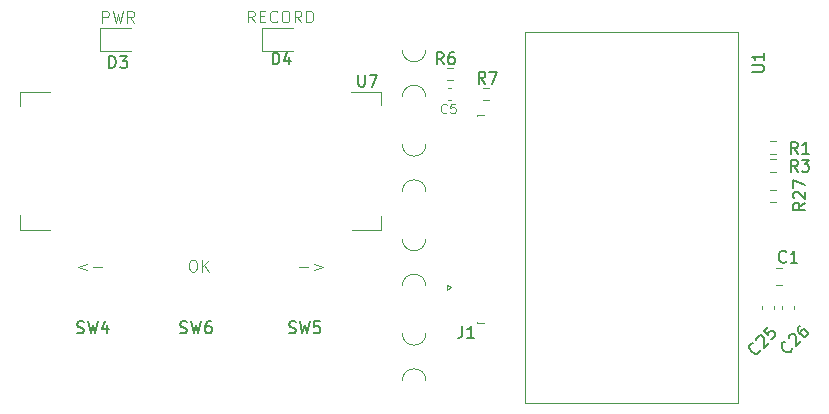
<source format=gbr>
%TF.GenerationSoftware,KiCad,Pcbnew,(5.1.8)-1*%
%TF.CreationDate,2021-06-20T20:47:25+01:00*%
%TF.ProjectId,schem_1,73636865-6d5f-4312-9e6b-696361645f70,rev?*%
%TF.SameCoordinates,Original*%
%TF.FileFunction,Legend,Top*%
%TF.FilePolarity,Positive*%
%FSLAX45Y45*%
G04 Gerber Fmt 4.5, Leading zero omitted, Abs format (unit mm)*
G04 Created by KiCad (PCBNEW (5.1.8)-1) date 2021-06-20 20:47:25*
%MOMM*%
%LPD*%
G01*
G04 APERTURE LIST*
%ADD10C,0.100000*%
%ADD11C,0.120000*%
%ADD12C,0.150000*%
G04 APERTURE END LIST*
D10*
X7416478Y-1822926D02*
X7435526Y-1822926D01*
X7445049Y-1827688D01*
X7454573Y-1837212D01*
X7459335Y-1856259D01*
X7459335Y-1889593D01*
X7454573Y-1908640D01*
X7445049Y-1918164D01*
X7435526Y-1922926D01*
X7416478Y-1922926D01*
X7406954Y-1918164D01*
X7397430Y-1908640D01*
X7392668Y-1889593D01*
X7392668Y-1856259D01*
X7397430Y-1837212D01*
X7406954Y-1827688D01*
X7416478Y-1822926D01*
X7502192Y-1922926D02*
X7502192Y-1822926D01*
X7559335Y-1922926D02*
X7516478Y-1865783D01*
X7559335Y-1822926D02*
X7502192Y-1880069D01*
X8326536Y-1884831D02*
X8402726Y-1884831D01*
X8450346Y-1856259D02*
X8526536Y-1884831D01*
X8450346Y-1913402D01*
X6531658Y-1856259D02*
X6455468Y-1884831D01*
X6531658Y-1913402D01*
X6579277Y-1884831D02*
X6655468Y-1884831D01*
X7946621Y186798D02*
X7913288Y234417D01*
X7889478Y186798D02*
X7889478Y286798D01*
X7927574Y286798D01*
X7937097Y282036D01*
X7941859Y277274D01*
X7946621Y267750D01*
X7946621Y253464D01*
X7941859Y243941D01*
X7937097Y239179D01*
X7927574Y234417D01*
X7889478Y234417D01*
X7989478Y239179D02*
X8022812Y239179D01*
X8037097Y186798D02*
X7989478Y186798D01*
X7989478Y286798D01*
X8037097Y286798D01*
X8137097Y196322D02*
X8132336Y191560D01*
X8118050Y186798D01*
X8108526Y186798D01*
X8094240Y191560D01*
X8084716Y201084D01*
X8079955Y210607D01*
X8075193Y229655D01*
X8075193Y243941D01*
X8079955Y262988D01*
X8084716Y272512D01*
X8094240Y282036D01*
X8108526Y286798D01*
X8118050Y286798D01*
X8132336Y282036D01*
X8137097Y277274D01*
X8199002Y286798D02*
X8218050Y286798D01*
X8227574Y282036D01*
X8237097Y272512D01*
X8241859Y253464D01*
X8241859Y220131D01*
X8237097Y201084D01*
X8227574Y191560D01*
X8218050Y186798D01*
X8199002Y186798D01*
X8189478Y191560D01*
X8179955Y201084D01*
X8175193Y220131D01*
X8175193Y253464D01*
X8179955Y272512D01*
X8189478Y282036D01*
X8199002Y286798D01*
X8341859Y186798D02*
X8308526Y234417D01*
X8284716Y186798D02*
X8284716Y286798D01*
X8322812Y286798D01*
X8332336Y282036D01*
X8337097Y277274D01*
X8341859Y267750D01*
X8341859Y253464D01*
X8337097Y243941D01*
X8332336Y239179D01*
X8322812Y234417D01*
X8284716Y234417D01*
X8384716Y186798D02*
X8384716Y286798D01*
X8408526Y286798D01*
X8422812Y282036D01*
X8432336Y272512D01*
X8437098Y262988D01*
X8441859Y243941D01*
X8441859Y229655D01*
X8437098Y210607D01*
X8432336Y201084D01*
X8422812Y191560D01*
X8408526Y186798D01*
X8384716Y186798D01*
X6655815Y183750D02*
X6655815Y283750D01*
X6693910Y283750D01*
X6703434Y278988D01*
X6708196Y274226D01*
X6712957Y264702D01*
X6712957Y250416D01*
X6708196Y240893D01*
X6703434Y236131D01*
X6693910Y231369D01*
X6655815Y231369D01*
X6746291Y283750D02*
X6770100Y183750D01*
X6789148Y255178D01*
X6808196Y183750D01*
X6832005Y283750D01*
X6927243Y183750D02*
X6893910Y231369D01*
X6870100Y183750D02*
X6870100Y283750D01*
X6908196Y283750D01*
X6917719Y278988D01*
X6922481Y274226D01*
X6927243Y264702D01*
X6927243Y250416D01*
X6922481Y240893D01*
X6917719Y236131D01*
X6908196Y231369D01*
X6870100Y231369D01*
%TO.C,mouse-bite-2mm-slot*%
X9396788Y-2845720D02*
G75*
G03*
X9196788Y-2845720I-100000J0D01*
G01*
X9196788Y-2445720D02*
G75*
G03*
X9396788Y-2445720I100000J0D01*
G01*
X9196788Y-1645720D02*
G75*
G03*
X9396788Y-1645720I100000J0D01*
G01*
X9396788Y-2045720D02*
G75*
G03*
X9196788Y-2045720I-100000J0D01*
G01*
X9396788Y-445720D02*
G75*
G03*
X9196788Y-445720I-100000J0D01*
G01*
X9196788Y-45720D02*
G75*
G03*
X9396788Y-45720I100000J0D01*
G01*
X9196788Y-845720D02*
G75*
G03*
X9396788Y-845720I100000J0D01*
G01*
X9396788Y-1245720D02*
G75*
G03*
X9196788Y-1245720I-100000J0D01*
G01*
D11*
%TO.C,U1*%
X12038148Y102712D02*
X10234748Y102712D01*
X12038148Y-3039096D02*
X12038148Y102712D01*
X10234748Y-2500788D02*
X10234748Y102712D01*
X12038148Y-3039096D02*
X10233748Y-3039096D01*
X10234748Y-2408546D02*
X10233748Y-3039096D01*
%TO.C,U7*%
X9014180Y-1568300D02*
X8768180Y-1568300D01*
X5964180Y-1568300D02*
X5964180Y-1444300D01*
X9014180Y-1568300D02*
X9014180Y-1452300D01*
X9014180Y-398300D02*
X8766180Y-398300D01*
X5964180Y-398300D02*
X5964180Y-522300D01*
X5964180Y-1568300D02*
X6210180Y-1568300D01*
X5964180Y-398300D02*
X6212180Y-398300D01*
X9014180Y-398300D02*
X9014180Y-514300D01*
%TO.C,J1*%
X9572548Y-2034846D02*
X9572548Y-2074846D01*
X9612548Y-2054846D02*
X9572548Y-2034846D01*
X9572548Y-2074846D02*
X9612548Y-2054846D01*
X9831548Y-597346D02*
X9891548Y-597346D01*
X9831548Y-608346D02*
X9831548Y-597346D01*
X9831548Y-2362346D02*
X9891548Y-2362346D01*
X9831548Y-2351346D02*
X9831548Y-2362346D01*
%TO.C,R27*%
X12357924Y-1333036D02*
X12310472Y-1333036D01*
X12357924Y-1228536D02*
X12310472Y-1228536D01*
%TO.C,R7*%
X9883552Y-364936D02*
X9931004Y-364936D01*
X9883552Y-469436D02*
X9931004Y-469436D01*
%TO.C,R6*%
X9622374Y-303066D02*
X9574922Y-303066D01*
X9622374Y-198566D02*
X9574922Y-198566D01*
%TO.C,R3*%
X12310472Y-971996D02*
X12357924Y-971996D01*
X12310472Y-1076496D02*
X12357924Y-1076496D01*
%TO.C,R1*%
X12310422Y-819596D02*
X12357874Y-819596D01*
X12310422Y-924096D02*
X12357874Y-924096D01*
%TO.C,D4*%
X8274480Y137790D02*
X8005980Y137790D01*
X8005980Y137790D02*
X8005980Y-54210D01*
X8005980Y-54210D02*
X8274480Y-54210D01*
%TO.C,D3*%
X6902570Y137790D02*
X6634070Y137790D01*
X6634070Y137790D02*
X6634070Y-54210D01*
X6634070Y-54210D02*
X6902570Y-54210D01*
%TO.C,C26*%
X12514873Y-2210088D02*
X12514873Y-2238204D01*
X12412873Y-2210088D02*
X12412873Y-2238204D01*
%TO.C,C25*%
X12345698Y-2210088D02*
X12345698Y-2238204D01*
X12243698Y-2210088D02*
X12243698Y-2238204D01*
%TO.C,C5*%
X9612646Y-469456D02*
X9584530Y-469456D01*
X9612646Y-367456D02*
X9584530Y-367456D01*
%TO.C,C1*%
X12359123Y-1890546D02*
X12411373Y-1890546D01*
X12359123Y-2037546D02*
X12411373Y-2037546D01*
%TO.C,U1*%
D12*
X12158386Y-231586D02*
X12239338Y-231586D01*
X12248862Y-226824D01*
X12253624Y-222063D01*
X12258386Y-212539D01*
X12258386Y-193491D01*
X12253624Y-183967D01*
X12248862Y-179205D01*
X12239338Y-174444D01*
X12158386Y-174444D01*
X12258386Y-74444D02*
X12258386Y-131586D01*
X12258386Y-103015D02*
X12158386Y-103015D01*
X12172672Y-112539D01*
X12182196Y-122063D01*
X12186957Y-131586D01*
%TO.C,U7*%
X8824440Y-256138D02*
X8824440Y-337090D01*
X8829201Y-346614D01*
X8833963Y-351376D01*
X8843487Y-356138D01*
X8862535Y-356138D01*
X8872059Y-351376D01*
X8876820Y-346614D01*
X8881582Y-337090D01*
X8881582Y-256138D01*
X8919678Y-256138D02*
X8986344Y-256138D01*
X8943487Y-356138D01*
%TO.C,J1*%
X9705747Y-2383756D02*
X9705747Y-2455185D01*
X9700985Y-2469470D01*
X9691461Y-2478994D01*
X9677175Y-2483756D01*
X9667651Y-2483756D01*
X9805747Y-2483756D02*
X9748604Y-2483756D01*
X9777175Y-2483756D02*
X9777175Y-2383756D01*
X9767651Y-2398042D01*
X9758128Y-2407566D01*
X9748604Y-2412328D01*
%TO.C,R27*%
X12605242Y-1340500D02*
X12557623Y-1373833D01*
X12605242Y-1397643D02*
X12505242Y-1397643D01*
X12505242Y-1359547D01*
X12510004Y-1350024D01*
X12514766Y-1345262D01*
X12524290Y-1340500D01*
X12538575Y-1340500D01*
X12548099Y-1345262D01*
X12552861Y-1350024D01*
X12557623Y-1359547D01*
X12557623Y-1397643D01*
X12514766Y-1302404D02*
X12510004Y-1297643D01*
X12505242Y-1288119D01*
X12505242Y-1264309D01*
X12510004Y-1254785D01*
X12514766Y-1250024D01*
X12524290Y-1245262D01*
X12533813Y-1245262D01*
X12548099Y-1250024D01*
X12605242Y-1307166D01*
X12605242Y-1245262D01*
X12505242Y-1211928D02*
X12505242Y-1145262D01*
X12605242Y-1188119D01*
%TO.C,R7*%
X9900721Y-331868D02*
X9867388Y-284249D01*
X9843578Y-331868D02*
X9843578Y-231868D01*
X9881674Y-231868D01*
X9891198Y-236630D01*
X9895959Y-241392D01*
X9900721Y-250916D01*
X9900721Y-265201D01*
X9895959Y-274725D01*
X9891198Y-279487D01*
X9881674Y-284249D01*
X9843578Y-284249D01*
X9934055Y-231868D02*
X10000721Y-231868D01*
X9957864Y-331868D01*
%TO.C,R6*%
X9546645Y-166768D02*
X9513312Y-119149D01*
X9489502Y-166768D02*
X9489502Y-66768D01*
X9527598Y-66768D01*
X9537122Y-71530D01*
X9541883Y-76292D01*
X9546645Y-85816D01*
X9546645Y-100101D01*
X9541883Y-109625D01*
X9537122Y-114387D01*
X9527598Y-119149D01*
X9489502Y-119149D01*
X9632360Y-66768D02*
X9613312Y-66768D01*
X9603788Y-71530D01*
X9599026Y-76292D01*
X9589502Y-90578D01*
X9584741Y-109625D01*
X9584741Y-147720D01*
X9589502Y-157244D01*
X9594264Y-162006D01*
X9603788Y-166768D01*
X9622836Y-166768D01*
X9632360Y-162006D01*
X9637122Y-157244D01*
X9641883Y-147720D01*
X9641883Y-123911D01*
X9637122Y-114387D01*
X9632360Y-109625D01*
X9622836Y-104863D01*
X9603788Y-104863D01*
X9594264Y-109625D01*
X9589502Y-114387D01*
X9584741Y-123911D01*
%TO.C,R3*%
X12544353Y-1077104D02*
X12511020Y-1029485D01*
X12487210Y-1077104D02*
X12487210Y-977104D01*
X12525306Y-977104D01*
X12534829Y-981866D01*
X12539591Y-986628D01*
X12544353Y-996152D01*
X12544353Y-1010437D01*
X12539591Y-1019961D01*
X12534829Y-1024723D01*
X12525306Y-1029485D01*
X12487210Y-1029485D01*
X12577687Y-977104D02*
X12639591Y-977104D01*
X12606258Y-1015199D01*
X12620544Y-1015199D01*
X12630068Y-1019961D01*
X12634829Y-1024723D01*
X12639591Y-1034247D01*
X12639591Y-1058056D01*
X12634829Y-1067580D01*
X12630068Y-1072342D01*
X12620544Y-1077104D01*
X12591972Y-1077104D01*
X12582448Y-1072342D01*
X12577687Y-1067580D01*
%TO.C,R1*%
X12544353Y-925212D02*
X12511020Y-877593D01*
X12487210Y-925212D02*
X12487210Y-825212D01*
X12525306Y-825212D01*
X12534829Y-829974D01*
X12539591Y-834736D01*
X12544353Y-844260D01*
X12544353Y-858545D01*
X12539591Y-868069D01*
X12534829Y-872831D01*
X12525306Y-877593D01*
X12487210Y-877593D01*
X12639591Y-925212D02*
X12582448Y-925212D01*
X12611020Y-925212D02*
X12611020Y-825212D01*
X12601496Y-839498D01*
X12591972Y-849022D01*
X12582448Y-853783D01*
%TO.C,D4*%
X8098622Y-169310D02*
X8098622Y-69310D01*
X8122432Y-69310D01*
X8136718Y-74072D01*
X8146241Y-83596D01*
X8151003Y-93120D01*
X8155765Y-112167D01*
X8155765Y-126453D01*
X8151003Y-145501D01*
X8146241Y-155024D01*
X8136718Y-164548D01*
X8122432Y-169310D01*
X8098622Y-169310D01*
X8241480Y-102643D02*
X8241480Y-169310D01*
X8217670Y-64548D02*
X8193860Y-135977D01*
X8255765Y-135977D01*
%TO.C,D3*%
X6715338Y-199282D02*
X6715338Y-99282D01*
X6739148Y-99282D01*
X6753434Y-104044D01*
X6762957Y-113568D01*
X6767719Y-123092D01*
X6772481Y-142139D01*
X6772481Y-156425D01*
X6767719Y-175472D01*
X6762957Y-184996D01*
X6753434Y-194520D01*
X6739148Y-199282D01*
X6715338Y-199282D01*
X6805815Y-99282D02*
X6867719Y-99282D01*
X6834386Y-137377D01*
X6848672Y-137377D01*
X6858196Y-142139D01*
X6862957Y-146901D01*
X6867719Y-156425D01*
X6867719Y-180234D01*
X6862957Y-189758D01*
X6858196Y-194520D01*
X6848672Y-199282D01*
X6820100Y-199282D01*
X6810576Y-194520D01*
X6805815Y-189758D01*
%TO.C,C26*%
X12498653Y-2573237D02*
X12498653Y-2579971D01*
X12491918Y-2593440D01*
X12485184Y-2600174D01*
X12471715Y-2606908D01*
X12458247Y-2606908D01*
X12448145Y-2603541D01*
X12431309Y-2593440D01*
X12421208Y-2583338D01*
X12411106Y-2566502D01*
X12407739Y-2556401D01*
X12407739Y-2542932D01*
X12414473Y-2529463D01*
X12421208Y-2522729D01*
X12434677Y-2515995D01*
X12441411Y-2515995D01*
X12468348Y-2489057D02*
X12468348Y-2482323D01*
X12471715Y-2472221D01*
X12488551Y-2455386D01*
X12498653Y-2452018D01*
X12505387Y-2452018D01*
X12515489Y-2455386D01*
X12522223Y-2462120D01*
X12528957Y-2475589D01*
X12528957Y-2556401D01*
X12572731Y-2512628D01*
X12562629Y-2381308D02*
X12549160Y-2394776D01*
X12545793Y-2404878D01*
X12545793Y-2411612D01*
X12549160Y-2428448D01*
X12559262Y-2445284D01*
X12586199Y-2472221D01*
X12596301Y-2475589D01*
X12603035Y-2475589D01*
X12613137Y-2472221D01*
X12626606Y-2458753D01*
X12629973Y-2448651D01*
X12629973Y-2441917D01*
X12626606Y-2431815D01*
X12609770Y-2414979D01*
X12599668Y-2411612D01*
X12592934Y-2411612D01*
X12582832Y-2414979D01*
X12569364Y-2428448D01*
X12565996Y-2438550D01*
X12565996Y-2445284D01*
X12569364Y-2455386D01*
%TO.C,C25*%
X12225349Y-2584921D02*
X12225349Y-2591655D01*
X12218614Y-2605124D01*
X12211880Y-2611858D01*
X12198411Y-2618592D01*
X12184943Y-2618592D01*
X12174841Y-2615225D01*
X12158005Y-2605124D01*
X12147904Y-2595022D01*
X12137802Y-2578186D01*
X12134435Y-2568085D01*
X12134435Y-2554616D01*
X12141169Y-2541147D01*
X12147904Y-2534413D01*
X12161373Y-2527679D01*
X12168107Y-2527679D01*
X12195044Y-2500741D02*
X12195044Y-2494007D01*
X12198411Y-2483905D01*
X12215247Y-2467070D01*
X12225349Y-2463702D01*
X12232083Y-2463702D01*
X12242185Y-2467070D01*
X12248919Y-2473804D01*
X12255653Y-2487273D01*
X12255653Y-2568085D01*
X12299427Y-2524312D01*
X12292692Y-2389625D02*
X12259021Y-2423296D01*
X12289325Y-2460335D01*
X12289325Y-2453601D01*
X12292692Y-2443499D01*
X12309528Y-2426663D01*
X12319630Y-2423296D01*
X12326364Y-2423296D01*
X12336466Y-2426663D01*
X12353302Y-2443499D01*
X12356669Y-2453601D01*
X12356669Y-2460335D01*
X12353302Y-2470437D01*
X12336466Y-2487273D01*
X12326364Y-2490640D01*
X12319630Y-2490640D01*
%TO.C,C5*%
D10*
X9572839Y-574281D02*
X9569029Y-578091D01*
X9557601Y-581900D01*
X9549982Y-581900D01*
X9538553Y-578091D01*
X9530934Y-570472D01*
X9527124Y-562853D01*
X9523315Y-547615D01*
X9523315Y-536186D01*
X9527124Y-520948D01*
X9530934Y-513329D01*
X9538553Y-505710D01*
X9549982Y-501900D01*
X9557601Y-501900D01*
X9569029Y-505710D01*
X9572839Y-509519D01*
X9645220Y-501900D02*
X9607124Y-501900D01*
X9603315Y-539996D01*
X9607124Y-536186D01*
X9614743Y-532377D01*
X9633791Y-532377D01*
X9641410Y-536186D01*
X9645220Y-539996D01*
X9649029Y-547615D01*
X9649029Y-566662D01*
X9645220Y-574281D01*
X9641410Y-578091D01*
X9633791Y-581900D01*
X9614743Y-581900D01*
X9607124Y-578091D01*
X9603315Y-574281D01*
%TO.C,C1*%
D12*
X12446817Y-1836692D02*
X12442055Y-1841454D01*
X12427770Y-1846216D01*
X12418246Y-1846216D01*
X12403960Y-1841454D01*
X12394436Y-1831930D01*
X12389674Y-1822406D01*
X12384912Y-1803359D01*
X12384912Y-1789073D01*
X12389674Y-1770026D01*
X12394436Y-1760502D01*
X12403960Y-1750978D01*
X12418246Y-1746216D01*
X12427770Y-1746216D01*
X12442055Y-1750978D01*
X12446817Y-1755740D01*
X12542055Y-1846216D02*
X12484912Y-1846216D01*
X12513484Y-1846216D02*
X12513484Y-1746216D01*
X12503960Y-1760502D01*
X12494436Y-1770026D01*
X12484912Y-1774787D01*
%TO.C,SW4*%
X6443471Y-2440388D02*
X6457756Y-2445150D01*
X6481566Y-2445150D01*
X6491090Y-2440388D01*
X6495852Y-2435626D01*
X6500613Y-2426102D01*
X6500613Y-2416579D01*
X6495852Y-2407055D01*
X6491090Y-2402293D01*
X6481566Y-2397531D01*
X6462518Y-2392769D01*
X6452994Y-2388007D01*
X6448232Y-2383245D01*
X6443471Y-2373722D01*
X6443471Y-2364198D01*
X6448232Y-2354674D01*
X6452994Y-2349912D01*
X6462518Y-2345150D01*
X6486328Y-2345150D01*
X6500613Y-2349912D01*
X6533947Y-2345150D02*
X6557756Y-2445150D01*
X6576804Y-2373722D01*
X6595852Y-2445150D01*
X6619661Y-2345150D01*
X6700613Y-2378483D02*
X6700613Y-2445150D01*
X6676804Y-2340388D02*
X6652994Y-2411817D01*
X6714899Y-2411817D01*
%TO.C,SW5*%
X8237661Y-2440388D02*
X8251946Y-2445150D01*
X8275756Y-2445150D01*
X8285280Y-2440388D01*
X8290042Y-2435626D01*
X8294803Y-2426102D01*
X8294803Y-2416579D01*
X8290042Y-2407055D01*
X8285280Y-2402293D01*
X8275756Y-2397531D01*
X8256708Y-2392769D01*
X8247184Y-2388007D01*
X8242422Y-2383245D01*
X8237661Y-2373722D01*
X8237661Y-2364198D01*
X8242422Y-2354674D01*
X8247184Y-2349912D01*
X8256708Y-2345150D01*
X8280518Y-2345150D01*
X8294803Y-2349912D01*
X8328137Y-2345150D02*
X8351946Y-2445150D01*
X8370994Y-2373722D01*
X8390042Y-2445150D01*
X8413851Y-2345150D01*
X8499565Y-2345150D02*
X8451946Y-2345150D01*
X8447184Y-2392769D01*
X8451946Y-2388007D01*
X8461470Y-2383245D01*
X8485280Y-2383245D01*
X8494804Y-2388007D01*
X8499565Y-2392769D01*
X8504327Y-2402293D01*
X8504327Y-2426102D01*
X8499565Y-2435626D01*
X8494804Y-2440388D01*
X8485280Y-2445150D01*
X8461470Y-2445150D01*
X8451946Y-2440388D01*
X8447184Y-2435626D01*
%TO.C,SW6*%
X7316886Y-2440388D02*
X7331171Y-2445150D01*
X7354981Y-2445150D01*
X7364505Y-2440388D01*
X7369267Y-2435626D01*
X7374028Y-2426102D01*
X7374028Y-2416579D01*
X7369267Y-2407055D01*
X7364505Y-2402293D01*
X7354981Y-2397531D01*
X7335933Y-2392769D01*
X7326409Y-2388007D01*
X7321647Y-2383245D01*
X7316886Y-2373722D01*
X7316886Y-2364198D01*
X7321647Y-2354674D01*
X7326409Y-2349912D01*
X7335933Y-2345150D01*
X7359743Y-2345150D01*
X7374028Y-2349912D01*
X7407362Y-2345150D02*
X7431171Y-2445150D01*
X7450219Y-2373722D01*
X7469267Y-2445150D01*
X7493076Y-2345150D01*
X7574028Y-2345150D02*
X7554981Y-2345150D01*
X7545457Y-2349912D01*
X7540695Y-2354674D01*
X7531171Y-2368960D01*
X7526409Y-2388007D01*
X7526409Y-2426102D01*
X7531171Y-2435626D01*
X7535933Y-2440388D01*
X7545457Y-2445150D01*
X7564505Y-2445150D01*
X7574028Y-2440388D01*
X7578790Y-2435626D01*
X7583552Y-2426102D01*
X7583552Y-2402293D01*
X7578790Y-2392769D01*
X7574028Y-2388007D01*
X7564505Y-2383245D01*
X7545457Y-2383245D01*
X7535933Y-2388007D01*
X7531171Y-2392769D01*
X7526409Y-2402293D01*
%TD*%
M02*

</source>
